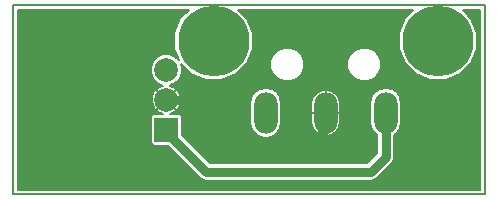
<source format=gbl>
G04 #@! TF.FileFunction,Copper,L2,Bot,Signal*
%FSLAX46Y46*%
G04 Gerber Fmt 4.6, Leading zero omitted, Abs format (unit mm)*
G04 Created by KiCad (PCBNEW 4.0.2-stable) date 28/05/2016 23:34:47*
%MOMM*%
G01*
G04 APERTURE LIST*
%ADD10C,0.100000*%
%ADD11C,0.150000*%
%ADD12C,6.000000*%
%ADD13O,2.000000X3.500000*%
%ADD14R,2.000000X2.000000*%
%ADD15C,2.000000*%
%ADD16C,0.800000*%
%ADD17C,0.149860*%
G04 APERTURE END LIST*
D10*
D11*
X0Y16000000D02*
X0Y0D01*
X40000000Y16000000D02*
X0Y16000000D01*
X40000000Y0D02*
X40000000Y16000000D01*
X0Y0D02*
X40000000Y0D01*
D12*
X17000000Y13000000D03*
X36000000Y13000000D03*
D13*
X21420000Y6900000D03*
X26500000Y6900000D03*
X31580000Y6900000D03*
D14*
X13000000Y5460000D03*
D15*
X13000000Y8000000D03*
X13000000Y10540000D03*
D16*
X26500000Y6900000D02*
X26500000Y5500000D01*
X26500000Y5500000D02*
X24500000Y3500000D01*
X14400000Y8000000D02*
X13000000Y8000000D01*
X18900000Y3500000D02*
X14400000Y8000000D01*
X24500000Y3500000D02*
X18900000Y3500000D01*
X26500000Y6900000D02*
X26500000Y6500000D01*
X13000000Y5460000D02*
X13000000Y5300000D01*
X13000000Y5300000D02*
X16400000Y1900000D01*
X31580000Y3180000D02*
X31580000Y6900000D01*
X30300000Y1900000D02*
X31580000Y3180000D01*
X16400000Y1900000D02*
X30300000Y1900000D01*
D17*
G36*
X14179516Y14888150D02*
X13671649Y13665070D01*
X13670493Y12340740D01*
X14087411Y11331723D01*
X13753761Y11665955D01*
X13265500Y11868699D01*
X12736819Y11869160D01*
X12248205Y11667269D01*
X11874045Y11293761D01*
X11671301Y10805500D01*
X11670840Y10276819D01*
X11872731Y9788205D01*
X12246239Y9414045D01*
X12734500Y9211301D01*
X12744168Y9211293D01*
X12346430Y9064100D01*
X12267010Y9011034D01*
X12157612Y8844184D01*
X13000000Y8001796D01*
X13842388Y8844184D01*
X13732990Y9011034D01*
X13290288Y9214577D01*
X13273756Y9215210D01*
X13751795Y9412731D01*
X14125955Y9786239D01*
X14328699Y10274500D01*
X14329160Y10803181D01*
X14216083Y11076848D01*
X15111850Y10179516D01*
X16334930Y9671649D01*
X17659260Y9670493D01*
X18883224Y10176225D01*
X19424959Y10717015D01*
X21820823Y10717015D01*
X22037906Y10191634D01*
X22439520Y9789319D01*
X22964521Y9571319D01*
X23532985Y9570823D01*
X24058366Y9787906D01*
X24460681Y10189520D01*
X24678681Y10714521D01*
X24678683Y10717015D01*
X28320823Y10717015D01*
X28537906Y10191634D01*
X28939520Y9789319D01*
X29464521Y9571319D01*
X30032985Y9570823D01*
X30558366Y9787906D01*
X30960681Y10189520D01*
X31178681Y10714521D01*
X31179177Y11282985D01*
X30962094Y11808366D01*
X30560480Y12210681D01*
X30035479Y12428681D01*
X29467015Y12429177D01*
X28941634Y12212094D01*
X28539319Y11810480D01*
X28321319Y11285479D01*
X28320823Y10717015D01*
X24678683Y10717015D01*
X24679177Y11282985D01*
X24462094Y11808366D01*
X24060480Y12210681D01*
X23535479Y12428681D01*
X22967015Y12429177D01*
X22441634Y12212094D01*
X22039319Y11810480D01*
X21821319Y11285479D01*
X21820823Y10717015D01*
X19424959Y10717015D01*
X19820484Y11111850D01*
X20328351Y12334930D01*
X20329507Y13659260D01*
X19823775Y14883224D01*
X19112173Y15596070D01*
X33888673Y15596070D01*
X33179516Y14888150D01*
X32671649Y13665070D01*
X32670493Y12340740D01*
X33176225Y11116776D01*
X34111850Y10179516D01*
X35334930Y9671649D01*
X36659260Y9670493D01*
X37883224Y10176225D01*
X38820484Y11111850D01*
X39328351Y12334930D01*
X39329507Y13659260D01*
X38823775Y14883224D01*
X38112173Y15596070D01*
X39596070Y15596070D01*
X39596070Y403930D01*
X403930Y403930D01*
X403930Y6460000D01*
X11664626Y6460000D01*
X11664626Y4460000D01*
X11687562Y4338106D01*
X11759601Y4226153D01*
X11869521Y4151049D01*
X12000000Y4124626D01*
X13144512Y4124626D01*
X15884569Y1384569D01*
X16121051Y1226556D01*
X16400000Y1171070D01*
X30300000Y1171070D01*
X30578950Y1226556D01*
X30815431Y1384569D01*
X32095431Y2664568D01*
X32253443Y2901050D01*
X32253444Y2901051D01*
X32308930Y3180000D01*
X32308930Y5028747D01*
X32519695Y5169576D01*
X32807771Y5600712D01*
X32908930Y6109271D01*
X32908930Y7690729D01*
X32807771Y8199288D01*
X32519695Y8630424D01*
X32088559Y8918500D01*
X31580000Y9019659D01*
X31071441Y8918500D01*
X30640305Y8630424D01*
X30352229Y8199288D01*
X30251070Y7690729D01*
X30251070Y6109271D01*
X30352229Y5600712D01*
X30640305Y5169576D01*
X30851070Y5028747D01*
X30851070Y3481933D01*
X29998068Y2628930D01*
X16701932Y2628930D01*
X14335374Y4995488D01*
X14335374Y6460000D01*
X14312438Y6581894D01*
X14240399Y6693847D01*
X14130479Y6768951D01*
X14000000Y6795374D01*
X13273846Y6795374D01*
X13653570Y6935900D01*
X13732990Y6988966D01*
X13842388Y7155816D01*
X13000000Y7998204D01*
X12157612Y7155816D01*
X12267010Y6988966D01*
X12688069Y6795374D01*
X12000000Y6795374D01*
X11878106Y6772438D01*
X11766153Y6700399D01*
X11691049Y6590479D01*
X11664626Y6460000D01*
X403930Y6460000D01*
X403930Y7803392D01*
X11766790Y7803392D01*
X11935900Y7346430D01*
X11988966Y7267010D01*
X12155816Y7157612D01*
X12998204Y8000000D01*
X13001796Y8000000D01*
X13844184Y7157612D01*
X14011034Y7267010D01*
X14205849Y7690729D01*
X20091070Y7690729D01*
X20091070Y6109271D01*
X20192229Y5600712D01*
X20480305Y5169576D01*
X20911441Y4881500D01*
X21420000Y4780341D01*
X21928559Y4881500D01*
X22359695Y5169576D01*
X22647771Y5600712D01*
X22748930Y6109271D01*
X22748930Y6898730D01*
X25275210Y6898730D01*
X25275210Y6148730D01*
X25368928Y5680120D01*
X25634841Y5283045D01*
X26032467Y5017956D01*
X26307146Y4940489D01*
X26498730Y4981408D01*
X26498730Y6898730D01*
X26501270Y6898730D01*
X26501270Y4981408D01*
X26692854Y4940489D01*
X26967533Y5017956D01*
X27365159Y5283045D01*
X27631072Y5680120D01*
X27724790Y6148730D01*
X27724790Y6898730D01*
X26501270Y6898730D01*
X26498730Y6898730D01*
X25275210Y6898730D01*
X22748930Y6898730D01*
X22748930Y7651270D01*
X25275210Y7651270D01*
X25275210Y6901270D01*
X26498730Y6901270D01*
X26498730Y8818592D01*
X26501270Y8818592D01*
X26501270Y6901270D01*
X27724790Y6901270D01*
X27724790Y7651270D01*
X27631072Y8119880D01*
X27365159Y8516955D01*
X26967533Y8782044D01*
X26692854Y8859511D01*
X26501270Y8818592D01*
X26498730Y8818592D01*
X26307146Y8859511D01*
X26032467Y8782044D01*
X25634841Y8516955D01*
X25368928Y8119880D01*
X25275210Y7651270D01*
X22748930Y7651270D01*
X22748930Y7690729D01*
X22647771Y8199288D01*
X22359695Y8630424D01*
X21928559Y8918500D01*
X21420000Y9019659D01*
X20911441Y8918500D01*
X20480305Y8630424D01*
X20192229Y8199288D01*
X20091070Y7690729D01*
X14205849Y7690729D01*
X14214577Y7709712D01*
X14233210Y8196608D01*
X14064100Y8653570D01*
X14011034Y8732990D01*
X13844184Y8842388D01*
X13001796Y8000000D01*
X12998204Y8000000D01*
X12155816Y8842388D01*
X11988966Y8732990D01*
X11785423Y8290288D01*
X11766790Y7803392D01*
X403930Y7803392D01*
X403930Y15596070D01*
X14888673Y15596070D01*
X14179516Y14888150D01*
X14179516Y14888150D01*
G37*
X14179516Y14888150D02*
X13671649Y13665070D01*
X13670493Y12340740D01*
X14087411Y11331723D01*
X13753761Y11665955D01*
X13265500Y11868699D01*
X12736819Y11869160D01*
X12248205Y11667269D01*
X11874045Y11293761D01*
X11671301Y10805500D01*
X11670840Y10276819D01*
X11872731Y9788205D01*
X12246239Y9414045D01*
X12734500Y9211301D01*
X12744168Y9211293D01*
X12346430Y9064100D01*
X12267010Y9011034D01*
X12157612Y8844184D01*
X13000000Y8001796D01*
X13842388Y8844184D01*
X13732990Y9011034D01*
X13290288Y9214577D01*
X13273756Y9215210D01*
X13751795Y9412731D01*
X14125955Y9786239D01*
X14328699Y10274500D01*
X14329160Y10803181D01*
X14216083Y11076848D01*
X15111850Y10179516D01*
X16334930Y9671649D01*
X17659260Y9670493D01*
X18883224Y10176225D01*
X19424959Y10717015D01*
X21820823Y10717015D01*
X22037906Y10191634D01*
X22439520Y9789319D01*
X22964521Y9571319D01*
X23532985Y9570823D01*
X24058366Y9787906D01*
X24460681Y10189520D01*
X24678681Y10714521D01*
X24678683Y10717015D01*
X28320823Y10717015D01*
X28537906Y10191634D01*
X28939520Y9789319D01*
X29464521Y9571319D01*
X30032985Y9570823D01*
X30558366Y9787906D01*
X30960681Y10189520D01*
X31178681Y10714521D01*
X31179177Y11282985D01*
X30962094Y11808366D01*
X30560480Y12210681D01*
X30035479Y12428681D01*
X29467015Y12429177D01*
X28941634Y12212094D01*
X28539319Y11810480D01*
X28321319Y11285479D01*
X28320823Y10717015D01*
X24678683Y10717015D01*
X24679177Y11282985D01*
X24462094Y11808366D01*
X24060480Y12210681D01*
X23535479Y12428681D01*
X22967015Y12429177D01*
X22441634Y12212094D01*
X22039319Y11810480D01*
X21821319Y11285479D01*
X21820823Y10717015D01*
X19424959Y10717015D01*
X19820484Y11111850D01*
X20328351Y12334930D01*
X20329507Y13659260D01*
X19823775Y14883224D01*
X19112173Y15596070D01*
X33888673Y15596070D01*
X33179516Y14888150D01*
X32671649Y13665070D01*
X32670493Y12340740D01*
X33176225Y11116776D01*
X34111850Y10179516D01*
X35334930Y9671649D01*
X36659260Y9670493D01*
X37883224Y10176225D01*
X38820484Y11111850D01*
X39328351Y12334930D01*
X39329507Y13659260D01*
X38823775Y14883224D01*
X38112173Y15596070D01*
X39596070Y15596070D01*
X39596070Y403930D01*
X403930Y403930D01*
X403930Y6460000D01*
X11664626Y6460000D01*
X11664626Y4460000D01*
X11687562Y4338106D01*
X11759601Y4226153D01*
X11869521Y4151049D01*
X12000000Y4124626D01*
X13144512Y4124626D01*
X15884569Y1384569D01*
X16121051Y1226556D01*
X16400000Y1171070D01*
X30300000Y1171070D01*
X30578950Y1226556D01*
X30815431Y1384569D01*
X32095431Y2664568D01*
X32253443Y2901050D01*
X32253444Y2901051D01*
X32308930Y3180000D01*
X32308930Y5028747D01*
X32519695Y5169576D01*
X32807771Y5600712D01*
X32908930Y6109271D01*
X32908930Y7690729D01*
X32807771Y8199288D01*
X32519695Y8630424D01*
X32088559Y8918500D01*
X31580000Y9019659D01*
X31071441Y8918500D01*
X30640305Y8630424D01*
X30352229Y8199288D01*
X30251070Y7690729D01*
X30251070Y6109271D01*
X30352229Y5600712D01*
X30640305Y5169576D01*
X30851070Y5028747D01*
X30851070Y3481933D01*
X29998068Y2628930D01*
X16701932Y2628930D01*
X14335374Y4995488D01*
X14335374Y6460000D01*
X14312438Y6581894D01*
X14240399Y6693847D01*
X14130479Y6768951D01*
X14000000Y6795374D01*
X13273846Y6795374D01*
X13653570Y6935900D01*
X13732990Y6988966D01*
X13842388Y7155816D01*
X13000000Y7998204D01*
X12157612Y7155816D01*
X12267010Y6988966D01*
X12688069Y6795374D01*
X12000000Y6795374D01*
X11878106Y6772438D01*
X11766153Y6700399D01*
X11691049Y6590479D01*
X11664626Y6460000D01*
X403930Y6460000D01*
X403930Y7803392D01*
X11766790Y7803392D01*
X11935900Y7346430D01*
X11988966Y7267010D01*
X12155816Y7157612D01*
X12998204Y8000000D01*
X13001796Y8000000D01*
X13844184Y7157612D01*
X14011034Y7267010D01*
X14205849Y7690729D01*
X20091070Y7690729D01*
X20091070Y6109271D01*
X20192229Y5600712D01*
X20480305Y5169576D01*
X20911441Y4881500D01*
X21420000Y4780341D01*
X21928559Y4881500D01*
X22359695Y5169576D01*
X22647771Y5600712D01*
X22748930Y6109271D01*
X22748930Y6898730D01*
X25275210Y6898730D01*
X25275210Y6148730D01*
X25368928Y5680120D01*
X25634841Y5283045D01*
X26032467Y5017956D01*
X26307146Y4940489D01*
X26498730Y4981408D01*
X26498730Y6898730D01*
X26501270Y6898730D01*
X26501270Y4981408D01*
X26692854Y4940489D01*
X26967533Y5017956D01*
X27365159Y5283045D01*
X27631072Y5680120D01*
X27724790Y6148730D01*
X27724790Y6898730D01*
X26501270Y6898730D01*
X26498730Y6898730D01*
X25275210Y6898730D01*
X22748930Y6898730D01*
X22748930Y7651270D01*
X25275210Y7651270D01*
X25275210Y6901270D01*
X26498730Y6901270D01*
X26498730Y8818592D01*
X26501270Y8818592D01*
X26501270Y6901270D01*
X27724790Y6901270D01*
X27724790Y7651270D01*
X27631072Y8119880D01*
X27365159Y8516955D01*
X26967533Y8782044D01*
X26692854Y8859511D01*
X26501270Y8818592D01*
X26498730Y8818592D01*
X26307146Y8859511D01*
X26032467Y8782044D01*
X25634841Y8516955D01*
X25368928Y8119880D01*
X25275210Y7651270D01*
X22748930Y7651270D01*
X22748930Y7690729D01*
X22647771Y8199288D01*
X22359695Y8630424D01*
X21928559Y8918500D01*
X21420000Y9019659D01*
X20911441Y8918500D01*
X20480305Y8630424D01*
X20192229Y8199288D01*
X20091070Y7690729D01*
X14205849Y7690729D01*
X14214577Y7709712D01*
X14233210Y8196608D01*
X14064100Y8653570D01*
X14011034Y8732990D01*
X13844184Y8842388D01*
X13001796Y8000000D01*
X12998204Y8000000D01*
X12155816Y8842388D01*
X11988966Y8732990D01*
X11785423Y8290288D01*
X11766790Y7803392D01*
X403930Y7803392D01*
X403930Y15596070D01*
X14888673Y15596070D01*
X14179516Y14888150D01*
M02*

</source>
